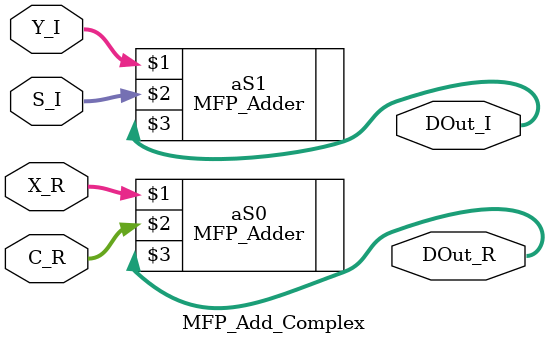
<source format=v>
`ifndef MFIXPOINT_FFT_
`define MFIXPOINT_FFT_
	`ifndef MFIXPOINT_BASIC_ //dependency
	`include "MFixPointBasic.v"
	`endif
	
	`ifndef MFIXPOINT_TABLES_ //dependency
	`include "MFixPointTables.v"
	`endif
module MFP_FFT_BF_recur
#(parameter
 FFTL=8,
 InW=16,
 pipeInterval=0,
 level=0,
 Saturate=0,
 isFloor=0
	)(
		input clk,input en,
	   input [InW*FFTL-1:0]DIn_R,//....,R2,R1,R0
	   input [InW*FFTL-1:0]DIn_I,//....,I2,I1,I0
	   output [InW*FFTL-1:0]DOut_R,
	   output [InW*FFTL-1:0]DOut_I
	);

	
	MFP_FFT_BF#(.FFTL(FFTL),.InW(InW),.level(level),.pipeInterval(pipeInterval),.Saturate(Saturate),.isFloor(isFloor)) fftBf1(clk,en,DIn_R,DIn_I,DOut_R,DOut_I);
endmodule


module MFP_iFFT
#(parameter
 FFTL=8,
 FFTW=16,
 OutW=FFTW,
 pipeInterval=0,
 Saturate=0,
 isFloor=0)(
	input clk,input en,
   input [FFTW*FFTL-1:0]DIn_R,//....,R2,R1,R0
   input [FFTW*FFTL-1:0]DIn_I,//....,I2,I1,I0
   output [OutW*FFTL-1:0]DOut_R,
   output [OutW*FFTL-1:0]DOut_I
 );
wire [FFTW*FFTL-1:0]DIn_I_neg;
wire [FFTW*FFTL-1:0]DOut_I_neg;
wire [FFTW*FFTL-1:0]DOut_R_tmp;


wire [FFTW*FFTL-1:0]DOut_I_p;//with padding
wire [FFTW*FFTL-1:0]DOut_R_p;
parameter outShift=$clog2(FFTL);
generate
	genvar i,j;
	
	for(i=0;i<FFTL;i=i+1)begin:negLoop
		wire signed[FFTW-1:0]tmp=DIn_I[i*FFTW+:FFTW];
		assign DIn_I_neg[i*FFTW+:FFTW]=-tmp;
		
		wire signed[FFTW-1:0]tmpI=DOut_I_neg[i*FFTW+:FFTW];
		wire signed[FFTW-1:0]tmpR=DOut_R_tmp[i*FFTW+:FFTW];
		 
		
		MFP_Round#(.InW(FFTW),.OutW(OutW),.isFloor(isFloor),.Saturate(Saturate)) roun0( (tmpR>>>outShift),DOut_R[i*OutW+:OutW]);
		MFP_Round#(.InW(FFTW),.OutW(OutW),.isFloor(isFloor),.Saturate(Saturate)) roun1(-(tmpI>>>outShift),DOut_I[i*OutW+:OutW]);
		
	end
endgenerate
	   
	
MFP_FFT#(.FFTL(FFTL),.InW(FFTW),.pipeInterval(pipeInterval),.Saturate(Saturate),.isFloor(isFloor)) fftBf1(clk,en,DIn_R,DIn_I_neg,DOut_R_tmp,DOut_I_neg);
	   
	   
endmodule

module MFP_FFT
#(parameter
 FFTL=8,
 InW=16,
 FFTW=InW,
 pipeInterval=0,
 Saturate=0,
 isFloor=0)(
	input clk,input en,
   input [InW*FFTL-1:0]DIn_R,//....,R2,R1,R0
   input [InW*FFTL-1:0]DIn_I,//....,I2,I1,I0
   output [FFTW*FFTL-1:0]DOut_R,
   output [FFTW*FFTL-1:0]DOut_I
 );

	   
	wire [FFTW*FFTL-1:0]DIn_R_rev,DIn_I_rev;
	
wire [$clog2(FFTL)-1:0]idx[FFTL-1:0];
wire [$clog2(FFTL)-1:0]idx_rev[FFTL-1:0];
wire [FFTW-InW-1:0]zeroPadding=0;

parameter clog2FFTL=$clog2(FFTL);
generate
	genvar i,j;
	for(i=0;i<FFTL;i=i+1)begin:revL
		assign idx[i]=i;
		for(j=0;j<clog2FFTL;j=j+1)begin:idx_revLoop
			assign idx_rev[i][j]=idx[i][$clog2(FFTL)-1-j];
		end
		if(FFTW>InW)begin
			assign DIn_R_rev[i*FFTW+:FFTW]={DIn_R[idx_rev[i]*InW+:InW],zeroPadding};
			assign DIn_I_rev[i*FFTW+:FFTW]={DIn_I[idx_rev[i]*InW+:InW],zeroPadding};
		end else begin
			
			assign DIn_R_rev[i*FFTW+:FFTW]={DIn_R[idx_rev[i]*InW+:InW]};
			assign DIn_I_rev[i*FFTW+:FFTW]={DIn_I[idx_rev[i]*InW+:InW]};
		end
	end
endgenerate
	
	MFP_FFT_BF#(.FFTL(FFTL),.InW(FFTW),.level(0),.pipeInterval(pipeInterval),.Saturate(Saturate),.isFloor(isFloor)) fftBf1(clk,en,DIn_R_rev,DIn_I_rev,DOut_R,DOut_I);

	   
endmodule
module MFP_FFT_BF
#(parameter
 FFTL=8,
 InW=16,
 pipeInterval=0,
 level=0,
 Saturate=0,
 isFloor=0
	)(
		input clk,input en,
	   input [InW*FFTL-1:0]DIn_R,//....,R2,R1,R0
	   input [InW*FFTL-1:0]DIn_I,//....,I2,I1,I0
	   output [InW*FFTL-1:0]DOut_R,
	   output [InW*FFTL-1:0]DOut_I
	);
 
		localparam SPL=FFTL/2; //Split
	wire[InW-1:0] Re_W[SPL-1:0];//hard wiring coeff
	wire[InW-1:0] Im_W[SPL-1:0];
	integer i;
	
	genvar gi;
	generate
	 for(gi=1;gi<SPL;gi=gi+1)begin:WsettingLoop
			MFP_ReW_ConstTable#(.k(gi),.N(FFTL),.outputW(InW))CCXRe(Re_W[gi]);
			MFP_ImW_ConstTable#(.k(gi),.N(FFTL),.outputW(InW))CCXIm(Im_W[gi]);
		end
	endgenerate
	
	
	wire [InW*SPL-1:0]DIn0_R=DIn_R[0+:InW*SPL],DIn0_I=DIn_I[0+:InW*SPL];
	wire [InW*SPL-1:0]DIn1_R=DIn_R[InW*SPL+:InW*SPL],DIn1_I=DIn_I[InW*SPL+:InW*SPL];
	
	
	wire [InW*SPL-1:0]PreStageO0_R,PreStageO0_I;
	wire [InW*SPL-1:0]PreStageO1_R,PreStageO1_I;//second section need to do multiply with W
	wire [InW*SPL-1:0]PreStageO1_R_p,PreStageO1_I_p;//second section need to do multiply with W
	
	wire[InW*FFTL-1:0]DOut_I_pipe,DOut_R_pipe;
	generate
		if(SPL==1)begin
			assign PreStageO0_R=DIn0_R;
			assign PreStageO1_R=DIn1_R;
			assign PreStageO0_I=DIn0_I;
			assign PreStageO1_I=DIn1_I;
		end else begin
			MFP_FFT_BF_recur#(.FFTL(SPL),.InW(InW),.level(level+1),.pipeInterval(pipeInterval),.Saturate(Saturate),.isFloor(isFloor)) fftBf0
			(clk,en,DIn0_R,DIn0_I,PreStageO0_R,PreStageO0_I);
			MFP_FFT_BF_recur#(.FFTL(SPL),.InW(InW),.level(level+1),.pipeInterval(pipeInterval),.Saturate(Saturate),.isFloor(isFloor)) fftBf1
			(clk,en,DIn1_R,DIn1_I,PreStageO1_R,PreStageO1_I);
		end
		
	assign PreStageO1_R_p[0+:InW]=PreStageO1_R[0+:InW];
		assign PreStageO1_I_p[0+:InW]=PreStageO1_I[0+:InW];
		for(gi=1;gi<SPL;gi=gi+1)begin:mulW// *W
			wire signed[InW-1:0]ReW=Re_W[gi];
			wire signed[InW-1:0]ImW=Im_W[gi];
			
			wire signed[InW:0]SpC=ImW+ReW;
			wire signed[InW:0]SsC=ImW-ReW;
			MFP_Mul_Complex #(.InXYW(InW),.OutW(InW),.Saturate(Saturate),.isFloor(isFloor)) MC(
			PreStageO1_R[gi*InW+:InW],PreStageO1_I[gi*InW+:InW],
			ReW,ImW,SpC[1+:InW],SsC[1+:InW],
			PreStageO1_R_p[gi*InW+:InW],
			PreStageO1_I_p[gi*InW+:InW]);
		end
		
		
		for(gi=0;gi<SPL;gi=gi+1)begin:plusSub
		
		
			MFP_Add_Complex#(.InXYW(InW),.Saturate(Saturate)) Ac0(
			PreStageO0_R [gi*InW+:InW],PreStageO0_I [gi*InW+:InW],
			PreStageO1_R_p[gi*InW+:InW],PreStageO1_I_p[gi*InW+:InW],
			DOut_R_pipe     [gi*InW+:InW],DOut_I_pipe     [gi*InW+:InW]);//plus
			
			MFP_Add_Complex#(.InXYW(InW),.Saturate(Saturate)) Ac1(
			PreStageO0_R [gi*InW+:InW],PreStageO0_I [gi*InW+:InW],
			-PreStageO1_R_p[gi*InW+:InW],-PreStageO1_I_p[gi*InW+:InW],
			DOut_R_pipe     [(SPL+gi)*InW+:InW],DOut_I_pipe [(SPL+gi)*InW+:InW]);//sub
			
		end
		
	endgenerate
	
	localparam IsNotAStage=(pipeInterval==0)?1:level%pipeInterval!=0;
	generate//choose pipeline or not
		if(IsNotAStage)begin
			assign DOut_R=DOut_R_pipe;
			assign DOut_I=DOut_I_pipe;
		end else begin
			reg[InW*FFTL-1:0]DOut_I_reg,DOut_R_reg;
			always@(posedge clk)if(en)begin
				DOut_I_reg<=DOut_I_pipe;
				DOut_R_reg<=DOut_R_pipe;
			end
			assign DOut_R=DOut_R_reg;
			assign DOut_I=DOut_I_reg;
		end
	
	endgenerate
	
	
endmodule



module MFP_Mul_Complex
#(parameter
 InXYW=16,
 InCSW=InXYW,
 OutW=InXYW+InCSW-1,
 Saturate=0,
 isFloor=0
        )(
           input signed[InXYW-1:0]X_R,
           input signed[InXYW-1:0]Y_I,
           input signed[InCSW-1:0]C_R,
           input signed[InCSW-1:0]S_I,
           input signed[InCSW-1:0]SpC_d2,
		   //(S plus C)/2  => since S+C may greater than 1 so I extend 1 bit
           input signed[InCSW-1:0]SsC_d2,//(S sub C)/2
           output [OutW-1:0]DOut_R,
           output [OutW-1:0]DOut_I
       );
/*
(X+Yi)(C+Si)
XC-YS+(YC+XS)i=R+Ii
R=(X+Y)C-Y(S+C)=(X+Y)C-(SpC)Y
I=(X+Y)C+X(S-C)=(X+Y)C+(SsC)X
Mul_Complex MC
(1,1,3,4,
7,1,DOut_R,DOut_I);
*/

wire signed[InXYW-1:0]XpY;
wire signed[OutW-1:0]XpYmC;
MFP_Adder #(.In1W(InXYW),.In2W(InXYW),.OutW(InXYW),.Saturate(Saturate)) aS(X_R,Y_I,XpY);//X+Y
MFP_Multi #(.In1W(InXYW),.In2W(InCSW),.OutW(OutW),.Saturate(Saturate),.isFloor(isFloor)) m0(XpY,C_R,XpYmC);//(X+Y)C



wire signed[OutW-1:0]SpCmY,SsCmX;
MFP_Multi #(.In1W(InCSW),.In2W(InXYW),.OutW(OutW),.Saturate(Saturate),.isFloor(isFloor)) m1(SpC_d2,Y_I,SpCmY);//(SpC/2)Y*2
MFP_Multi #(.In1W(InCSW),.In2W(InXYW),.OutW(OutW),.Saturate(Saturate),.isFloor(isFloor)) m2(SsC_d2,X_R,SsCmX);//(SsC/2)X*2



MFP_Adder #(.In1W(OutW),.In2W(OutW),.OutW(OutW),.Saturate(Saturate)) aS0(XpYmC,-SpCmY*2,DOut_R);//XpYmC-SpCmY
MFP_Adder #(.In1W(OutW),.In2W(OutW),.OutW(OutW),.Saturate(Saturate)) aS1(XpYmC, SsCmX*2,DOut_I);//XpYmC+SsCmX


endmodule
module MFP_Add_Complex#(parameter
 InXYW=16,
 InCSW=InXYW,
 OutW=(InXYW>InCSW)?InXYW:InCSW,
 Saturate=0
        )(
           input [InXYW-1:0]X_R,
           input [InXYW-1:0]Y_I,
           input [InCSW-1:0]C_R,
           input [InCSW-1:0]S_I,
           output [OutW-1:0]DOut_R,
           output [OutW-1:0]DOut_I
       );
MFP_Adder #(.In1W(InXYW),.In2W(InCSW),.OutW(OutW),.Saturate(Saturate)) aS0(X_R,C_R,DOut_R);
MFP_Adder #(.In1W(InXYW),.In2W(InCSW),.OutW(OutW),.Saturate(Saturate)) aS1(Y_I,S_I,DOut_I);

endmodule


`endif
</source>
